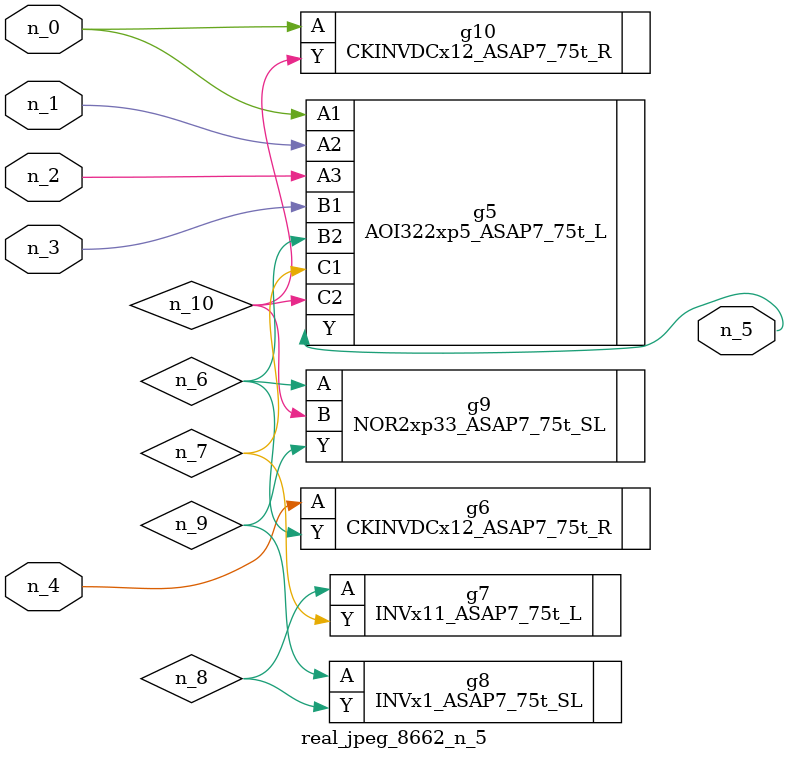
<source format=v>
module real_jpeg_8662_n_5 (n_4, n_0, n_1, n_2, n_3, n_5);

input n_4;
input n_0;
input n_1;
input n_2;
input n_3;

output n_5;

wire n_8;
wire n_6;
wire n_7;
wire n_10;
wire n_9;

AOI322xp5_ASAP7_75t_L g5 ( 
.A1(n_0),
.A2(n_1),
.A3(n_2),
.B1(n_3),
.B2(n_6),
.C1(n_7),
.C2(n_10),
.Y(n_5)
);

CKINVDCx12_ASAP7_75t_R g10 ( 
.A(n_0),
.Y(n_10)
);

CKINVDCx12_ASAP7_75t_R g6 ( 
.A(n_4),
.Y(n_6)
);

NOR2xp33_ASAP7_75t_SL g9 ( 
.A(n_6),
.B(n_10),
.Y(n_9)
);

INVx11_ASAP7_75t_L g7 ( 
.A(n_8),
.Y(n_7)
);

INVx1_ASAP7_75t_SL g8 ( 
.A(n_9),
.Y(n_8)
);


endmodule
</source>
